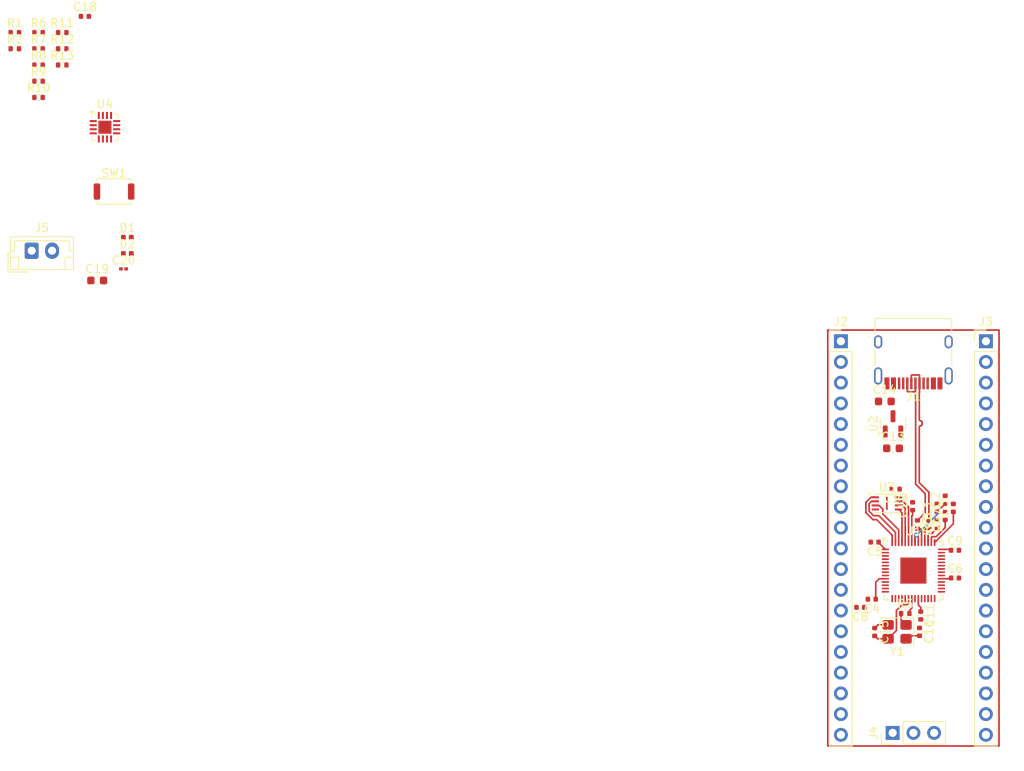
<source format=kicad_pcb>
(kicad_pcb (version 20241229) (generator "pcbnew") (generator_version "9.0")
  (layers (0 "F.Cu" signal) (2 "B.Cu" signal) (13 "F.Paste" user) (15 "B.Paste" user) (5 "F.SilkS" user "F.Silkscreen") (7 "B.SilkS" user "B.Silkscreen") (1 "F.Mask" user) (3 "B.Mask" user) (25 "Edge.Cuts" user))
  (net 0 "")
  (net 1 "GND")
  (net 2 "+3V3")
  (net 3 "+1V1")
  (net 4 "BQ_OUT")
  (net 5 "XIN")
  (net 6 "Net-(C16-Pad1)")
  (net 7 "VBUS")
  (net 8 "Net-(J5-Pin_2)")
  (net 9 "Net-(C19-Pad1)")
  (net 10 "Net-(D1-K)")
  (net 11 "Net-(D1-A)")
  (net 12 "Net-(D2-A)")
  (net 13 "Net-(D2-K)")
  (net 14 "USB_D+")
  (net 15 "USB_D-")
  (net 16 "Net-(J1-CC1)")
  (net 17 "Net-(J1-CC2)")
  (net 18 "GPIO9")
  (net 19 "GPIO12")
  (net 20 "GPIO10")
  (net 21 "GPIO4")
  (net 22 "GPIO6")
  (net 23 "GPIO2")
  (net 24 "GPIO1")
  (net 25 "GPIO14")
  (net 26 "GPIO8")
  (net 27 "GPIO0")
  (net 28 "GPIO3")
  (net 29 "GPIO13")
  (net 30 "GPIO5")
  (net 31 "GPIO7")
  (net 32 "GPIO15")
  (net 33 "GPIO11")
  (net 34 "GPIO16")
  (net 35 "GPIO26_ADC0")
  (net 36 "GPIO29_ADC3")
  (net 37 "GPIO21")
  (net 38 "GPIO19")
  (net 39 "GPIO24")
  (net 40 "GPIO23")
  (net 41 "RUN")
  (net 42 "GPIO27_ADC1")
  (net 43 "GPIO22")
  (net 44 "GPIO28_ADC2")
  (net 45 "GPIO20")
  (net 46 "GPIO18")
  (net 47 "GPIO17")
  (net 48 "SWD")
  (net 49 "SWCLK")
  (net 50 "Net-(U1-USB_DP)")
  (net 51 "Net-(U1-USB_DM)")
  (net 52 "XOUT")
  (net 53 "QSPI_SS")
  (net 54 "Net-(R7-Pad1)")
  (net 55 "Net-(U4-ITERM)")
  (net 56 "Net-(U4-ILIM)")
  (net 57 "Net-(U4-ISET)")
  (net 58 "Net-(U4-TS)")
  (net 59 "QSPI_SD3")
  (net 60 "QSPI_SCLK")
  (net 61 "QSPI_SD0")
  (net 62 "QSPI_SD1")
  (net 63 "QSPI_SD2")
  (footprint "LED_SMD:LED_0402_1005Metric" (layer "F.Cu") (at 39.12 58.64)
    (property "Reference" "D1" (at 0 -1.17 0) (layer "F.SilkS"))
    (property "Value" "LED")
    (pad "1" smd roundrect (at -0.485 0) (size 0.59 0.64) (layers "F.Cu" "F.Mask" "F.Paste") (net 10 "Net-(D1-K)"))
    (pad "2" smd roundrect (at 0.485 0) (size 0.59 0.64) (layers "F.Cu" "F.Mask" "F.Paste") (net 11 "Net-(D1-A)"))
  )
  (footprint "Capacitor_SMD:C_0402_1005Metric" (layer "F.Cu") (at 130.75 107.02 -90)
    (property "Reference" "C15" (at 0 -1.16 90) (layer "F.SilkS"))
    (property "Value" "33pF")
    (pad "1" smd roundrect (at -0.48 0 270) (size 0.56 0.62) (layers "F.Cu" "F.Mask" "F.Paste") (net 1 "GND"))
    (pad "2" smd roundrect (at 0.48 0 270) (size 0.56 0.62) (layers "F.Cu" "F.Mask" "F.Paste") (net 5 "XIN"))
  )
  (footprint "Capacitor_SMD:C_0402_1005Metric" (layer "F.Cu") (at 136.25 107 -90)
    (property "Reference" "C16" (at 0 -1.16 90) (layer "F.SilkS"))
    (property "Value" "33pF")
    (pad "1" smd roundrect (at -0.48 0 270) (size 0.56 0.62) (layers "F.Cu" "F.Mask" "F.Paste") (net 6 "Net-(C16-Pad1)"))
    (pad "2" smd roundrect (at 0.48 0 270) (size 0.56 0.62) (layers "F.Cu" "F.Mask" "F.Paste") (net 1 "GND"))
  )
  (footprint "Resistor_SMD:R_0402_1005Metric" (layer "F.Cu") (at 134.5 104.75)
    (property "Reference" "R5" (at 0 -1.17 0) (layer "F.SilkS"))
    (property "Value" "1K")
    (pad "1" smd roundrect (at -0.51 0) (size 0.54 0.64) (layers "F.Cu" "F.Mask" "F.Paste") (net 6 "Net-(C16-Pad1)"))
    (pad "2" smd roundrect (at 0.51 0) (size 0.54 0.64) (layers "F.Cu" "F.Mask" "F.Paste") (net 52 "XOUT"))
  )
  (footprint "Resistor_SMD:R_0402_1005Metric" (layer "F.Cu") (at 25.325 35.51)
    (property "Reference" "R2" (at 0 -1.17 0) (layer "F.SilkS"))
    (property "Value" "5.1K")
    (pad "1" smd roundrect (at -0.51 0) (size 0.54 0.64) (layers "F.Cu" "F.Mask" "F.Paste") (net 17 "Net-(J1-CC2)"))
    (pad "2" smd roundrect (at 0.51 0) (size 0.54 0.64) (layers "F.Cu" "F.Mask" "F.Paste") (net 1 "GND"))
  )
  (footprint "Resistor_SMD:R_0402_1005Metric" (layer "F.Cu") (at 31.145 37.5)
    (property "Reference" "R13" (at 0 -1.17 0) (layer "F.SilkS"))
    (property "Value" "10K")
    (pad "1" smd roundrect (at -0.51 0) (size 0.54 0.64) (layers "F.Cu" "F.Mask" "F.Paste") (net 58 "Net-(U4-TS)"))
    (pad "2" smd roundrect (at 0.51 0) (size 0.54 0.64) (layers "F.Cu" "F.Mask" "F.Paste") (net 1 "GND"))
  )
  (footprint "Connector_PinHeader_2.54mm:PinHeader_1x20_P2.54mm_Vertical" (layer "F.Cu") (at 126.61 71.37)
    (property "Reference" "J2" (at 0 -2.38 0) (layer "F.SilkS"))
    (property "Value" "Conn_01x20")
    (pad "1" thru_hole rect (at 0 0) (size 1.7 1.7) (drill 1) (layers "*.Cu" "*.Mask") (net 27 "GPIO0"))
    (pad "2" thru_hole circle (at 0 2.54) (size 1.7 1.7) (drill 1) (layers "*.Cu" "*.Mask") (net 24 "GPIO1"))
    (pad "3" thru_hole circle (at 0 5.08) (size 1.7 1.7) (drill 1) (layers "*.Cu" "*.Mask") (net 1 "GND"))
    (pad "4" thru_hole circle (at 0 7.62) (size 1.7 1.7) (drill 1) (layers "*.Cu" "*.Mask") (net 23 "GPIO2"))
    (pad "5" thru_hole circle (at 0 10.16) (size 1.7 1.7) (drill 1) (layers "*.Cu" "*.Mask") (net 28 "GPIO3"))
    (pad "6" thru_hole circle (at 0 12.7) (size 1.7 1.7) (drill 1) (layers "*.Cu" "*.Mask") (net 21 "GPIO4"))
    (pad "7" thru_hole circle (at 0 15.24) (size 1.7 1.7) (drill 1) (layers "*.Cu" "*.Mask") (net 30 "GPIO5"))
    (pad "8" thru_hole circle (at 0 17.78) (size 1.7 1.7) (drill 1) (layers "*.Cu" "*.Mask") (net 1 "GND"))
    (pad "9" thru_hole circle (at 0 20.32) (size 1.7 1.7) (drill 1) (layers "*.Cu" "*.Mask") (net 22 "GPIO6"))
    (pad "10" thru_hole circle (at 0 22.86) (size 1.7 1.7) (drill 1) (layers "*.Cu" "*.Mask") (net 31 "GPIO7"))
    (pad "11" thru_hole circle (at 0 25.4) (size 1.7 1.7) (drill 1) (layers "*.Cu" "*.Mask") (net 26 "GPIO8"))
    (pad "12" thru_hole circle (at 0 27.94) (size 1.7 1.7) (drill 1) (layers "*.Cu" "*.Mask") (net 18 "GPIO9"))
    (pad "13" thru_hole circle (at 0 30.48) (size 1.7 1.7) (drill 1) (layers "*.Cu" "*.Mask") (net 1 "GND"))
    (pad "14" thru_hole circle (at 0 33.02) (size 1.7 1.7) (drill 1) (layers "*.Cu" "*.Mask") (net 20 "GPIO10"))
    (pad "15" thru_hole circle (at 0 35.56) (size 1.7 1.7) (drill 1) (layers "*.Cu" "*.Mask") (net 33 "GPIO11"))
    (pad "16" thru_hole circle (at 0 38.1) (size 1.7 1.7) (drill 1) (layers "*.Cu" "*.Mask") (net 19 "GPIO12"))
    (pad "17" thru_hole circle (at 0 40.64) (size 1.7 1.7) (drill 1) (layers "*.Cu" "*.Mask") (net 29 "GPIO13"))
    (pad "18" thru_hole circle (at 0 43.18) (size 1.7 1.7) (drill 1) (layers "*.Cu" "*.Mask") (net 1 "GND"))
    (pad "19" thru_hole circle (at 0 45.72) (size 1.7 1.7) (drill 1) (layers "*.Cu" "*.Mask") (net 25 "GPIO14"))
    (pad "20" thru_hole circle (at 0 48.26) (size 1.7 1.7) (drill 1) (layers "*.Cu" "*.Mask") (net 32 "GPIO15"))
  )
  (footprint "Resistor_SMD:R_0402_1005Metric" (layer "F.Cu") (at 25.325 33.52)
    (property "Reference" "R1" (at 0 -1.17 0) (layer "F.SilkS"))
    (property "Value" "5.1K")
    (pad "1" smd roundrect (at -0.51 0) (size 0.54 0.64) (layers "F.Cu" "F.Mask" "F.Paste") (net 16 "Net-(J1-CC1)"))
    (pad "2" smd roundrect (at 0.51 0) (size 0.54 0.64) (layers "F.Cu" "F.Mask" "F.Paste") (net 1 "GND"))
  )
  (footprint "Package_SON:Winbond_USON-8-1EP_3x2mm_P0.5mm_EP0.2x1.6mm" (layer "F.Cu") (at 132.25 91.25)
    (property "Reference" "U3" (at 0 -1.95 0) (layer "F.SilkS"))
    (property "Value" "W25Q16JVSS")
    (pad "1" smd roundrect (at -1.425 -0.75) (size 0.9 0.25) (layers "F.Cu" "F.Mask" "F.Paste") (net 53 "QSPI_SS"))
    (pad "2" smd roundrect (at -1.425 -0.25) (size 0.9 0.25) (layers "F.Cu" "F.Mask" "F.Paste") (net 62 "QSPI_SD1"))
    (pad "3" smd roundrect (at -1.425 0.25) (size 0.9 0.25) (layers "F.Cu" "F.Mask" "F.Paste") (net 63 "QSPI_SD2"))
    (pad "4" smd roundrect (at -1.425 0.75) (size 0.9 0.25) (layers "F.Cu" "F.Mask" "F.Paste") (net 1 "GND"))
    (pad "5" smd roundrect (at 1.425 0.75) (size 0.9 0.25) (layers "F.Cu" "F.Mask" "F.Paste") (net 61 "QSPI_SD0"))
    (pad "6" smd roundrect (at 1.425 0.25) (size 0.9 0.25) (layers "F.Cu" "F.Mask" "F.Paste") (net 60 "QSPI_SCLK"))
    (pad "7" smd roundrect (at 1.425 -0.25) (size 0.9 0.25) (layers "F.Cu" "F.Mask" "F.Paste") (net 59 "QSPI_SD3"))
    (pad "8" smd roundrect (at 1.425 -0.75) (size 0.9 0.25) (layers "F.Cu" "F.Mask" "F.Paste") (net 2 "+3V3"))
    (pad "9" smd rect (at 0 0) (size 0.2 1.6) (property pad_prop_heatsink) (layers "F.Cu" "F.Mask"))
  )
  (footprint "Button_Switch_SMD:SW_Push_SPST_NO_Alps_SKRK" (layer "F.Cu") (at 37.495 53.02)
    (property "Reference" "SW1" (at 0 -2.25 0) (layer "F.SilkS"))
    (property "Value" "SW_Push")
    (pad "1" smd roundrect (at -2.1 0) (size 0.8 2) (layers "F.Cu" "F.Mask" "F.Paste") (net 1 "GND"))
    (pad "2" smd roundrect (at 2.1 0) (size 0.8 2) (layers "F.Cu" "F.Mask" "F.Paste") (net 54 "Net-(R7-Pad1)"))
  )
  (footprint "Resistor_SMD:R_0402_1005Metric" (layer "F.Cu") (at 28.235 37.5)
    (property "Reference" "R8" (at 0 -1.17 0) (layer "F.SilkS"))
    (property "Value" "1.5K")
    (pad "1" smd roundrect (at -0.51 0) (size 0.54 0.64) (layers "F.Cu" "F.Mask" "F.Paste") (net 4 "BQ_OUT"))
    (pad "2" smd roundrect (at 0.51 0) (size 0.54 0.64) (layers "F.Cu" "F.Mask" "F.Paste") (net 11 "Net-(D1-A)"))
  )
  (footprint "Capacitor_SMD:C_0402_1005Metric" (layer "F.Cu") (at 33.915 31.54)
    (property "Reference" "C18" (at 0 -1.16 0) (layer "F.SilkS"))
    (property "Value" "1uF")
    (pad "1" smd roundrect (at -0.48 0) (size 0.56 0.62) (layers "F.Cu" "F.Mask" "F.Paste") (net 1 "GND"))
    (pad "2" smd roundrect (at 0.48 0) (size 0.56 0.62) (layers "F.Cu" "F.Mask" "F.Paste") (net 7 "VBUS"))
  )
  (footprint "Package_TO_SOT_SMD:SOT-23" (layer "F.Cu") (at 133 81.5 90)
    (property "Reference" "U2" (at 0 -2.4 90) (layer "F.SilkS"))
    (property "Value" "MCP1700x-330xxTT")
    (pad "1" smd roundrect (at -0.9375 -0.95 90) (size 1.475 0.6) (layers "F.Cu" "F.Mask" "F.Paste") (net 1 "GND"))
    (pad "2" smd roundrect (at -0.9375 0.95 90) (size 1.475 0.6) (layers "F.Cu" "F.Mask" "F.Paste") (net 2 "+3V3"))
    (pad "3" smd roundrect (at 0.9375 0 90) (size 1.475 0.6) (layers "F.Cu" "F.Mask" "F.Paste") (net 4 "BQ_OUT"))
  )
  (footprint "Capacitor_SMD:C_0402_1005Metric" (layer "F.Cu") (at 133.325 89.5 180)
    (property "Reference" "C17" (at 0 -1.16 0) (layer "F.SilkS"))
    (property "Value" "0.1uF")
    (pad "1" smd roundrect (at -0.48 0 180) (size 0.56 0.62) (layers "F.Cu" "F.Mask" "F.Paste") (net 2 "+3V3"))
    (pad "2" smd roundrect (at 0.48 0 180) (size 0.56 0.62) (layers "F.Cu" "F.Mask" "F.Paste") (net 1 "GND"))
  )
  (footprint "Capacitor_SMD:C_0402_1005Metric" (layer "F.Cu") (at 140.6 97)
    (property "Reference" "C9" (at 0 -1.16 0) (layer "F.SilkS"))
    (property "Value" "0.1uF")
    (pad "1" smd roundrect (at -0.48 0) (size 0.56 0.62) (layers "F.Cu" "F.Mask" "F.Paste") (net 2 "+3V3"))
    (pad "2" smd roundrect (at 0.48 0) (size 0.56 0.62) (layers "F.Cu" "F.Mask" "F.Paste") (net 1 "GND"))
  )
  (footprint "Capacitor_SMD:C_0402_1005Metric" (layer "F.Cu") (at 138.4 91.8 90)
    (property "Reference" "C1" (at 0 -1.16 90) (layer "F.SilkS"))
    (property "Value" "1uF")
    (pad "1" smd roundrect (at -0.48 0 90) (size 0.56 0.62) (layers "F.Cu" "F.Mask" "F.Paste") (net 2 "+3V3"))
    (pad "2" smd roundrect (at 0.48 0 90) (size 0.56 0.62) (layers "F.Cu" "F.Mask" "F.Paste") (net 1 "GND"))
  )
  (footprint "Resistor_SMD:R_0402_1005Metric" (layer "F.Cu") (at 137.4 93.8525 -90)
    (property "Reference" "R4" (at 0 -1.17 90) (layer "F.SilkS"))
    (property "Value" "27")
    (pad "1" smd roundrect (at -0.51 0 270) (size 0.54 0.64) (layers "F.Cu" "F.Mask" "F.Paste") (net 15 "USB_D-"))
    (pad "2" smd roundrect (at 0.51 0 270) (size 0.54 0.64) (layers "F.Cu" "F.Mask" "F.Paste") (net 51 "Net-(U1-USB_DM)"))
  )
  (footprint "Capacitor_SMD:C_0402_1005Metric" (layer "F.Cu") (at 140.6 100.4)
    (property "Reference" "C6" (at 0 -1.16 0) (layer "F.SilkS"))
    (property "Value" "0.1uF")
    (pad "1" smd roundrect (at -0.48 0) (size 0.56 0.62) (layers "F.Cu" "F.Mask" "F.Paste") (net 2 "+3V3"))
    (pad "2" smd roundrect (at 0.48 0) (size 0.56 0.62) (layers "F.Cu" "F.Mask" "F.Paste") (net 1 "GND"))
  )
  (footprint "Capacitor_SMD:C_0402_1005Metric" (layer "F.Cu") (at 139.4 92.8 90)
    (property "Reference" "C7" (at 0 -1.16 90) (layer "F.SilkS"))
    (property "Value" "0.1uF")
    (pad "1" smd roundrect (at -0.48 0 90) (size 0.56 0.62) (layers "F.Cu" "F.Mask" "F.Paste") (net 2 "+3V3"))
    (pad "2" smd roundrect (at 0.48 0 90) (size 0.56 0.62) (layers "F.Cu" "F.Mask" "F.Paste") (net 1 "GND"))
  )
  (footprint "Connector_PinHeader_2.54mm:PinHeader_1x20_P2.54mm_Vertical" (layer "F.Cu") (at 144.39 71.37)
    (property "Reference" "J3" (at 0 -2.38 0) (layer "F.SilkS"))
    (property "Value" "Conn_01x20")
    (pad "1" thru_hole rect (at 0 0) (size 1.7 1.7) (drill 1) (layers "*.Cu" "*.Mask") (net 7 "VBUS"))
    (pad "2" thru_hole circle (at 0 2.54) (size 1.7 1.7) (drill 1) (layers "*.Cu" "*.Mask") (net 36 "GPIO29_ADC3"))
    (pad "3" thru_hole circle (at 0 5.08) (size 1.7 1.7) (drill 1) (layers "*.Cu" "*.Mask") (net 1 "GND"))
    (pad "4" thru_hole circle (at 0 7.62) (size 1.7 1.7) (drill 1) (layers "*.Cu" "*.Mask") (net 44 "GPIO28_ADC2"))
    (pad "5" thru_hole circle (at 0 10.16) (size 1.7 1.7) (drill 1) (layers "*.Cu" "*.Mask") (net 2 "+3V3"))
    (pad "6" thru_hole circle (at 0 12.7) (size 1.7 1.7) (drill 1) (layers "*.Cu" "*.Mask") (net 42 "GPIO27_ADC1"))
    (pad "7" thru_hole circle (at 0 15.24) (size 1.7 1.7) (drill 1) (layers "*.Cu" "*.Mask") (net 35 "GPIO26_ADC0"))
    (pad "8" thru_hole circle (at 0 17.78) (size 1.7 1.7) (drill 1) (layers "*.Cu" "*.Mask") (net 1 "GND"))
    (pad "9" thru_hole circle (at 0 20.32) (size 1.7 1.7) (drill 1) (layers "*.Cu" "*.Mask") (net 39 "GPIO24"))
    (pad "10" thru_hole circle (at 0 22.86) (size 1.7 1.7) (drill 1) (layers "*.Cu" "*.Mask") (net 40 "GPIO23"))
    (pad "11" thru_hole circle (at 0 25.4) (size 1.7 1.7) (drill 1) (layers "*.Cu" "*.Mask") (net 41 "RUN"))
    (pad "12" thru_hole circle (at 0 27.94) (size 1.7 1.7) (drill 1) (layers "*.Cu" "*.Mask") (net 43 "GPIO22"))
    (pad "13" thru_hole circle (at 0 30.48) (size 1.7 1.7) (drill 1) (layers "*.Cu" "*.Mask") (net 1 "GND"))
    (pad "14" thru_hole circle (at 0 33.02) (size 1.7 1.7) (drill 1) (layers "*.Cu" "*.Mask") (net 37 "GPIO21"))
    (pad "15" thru_hole circle (at 0 35.56) (size 1.7 1.7) (drill 1) (layers "*.Cu" "*.Mask") (net 45 "GPIO20"))
    (pad "16" thru_hole circle (at 0 38.1) (size 1.7 1.7) (drill 1) (layers "*.Cu" "*.Mask") (net 38 "GPIO19"))
    (pad "17" thru_hole circle (at 0 40.64) (size 1.7 1.7) (drill 1) (layers "*.Cu" "*.Mask") (net 46 "GPIO18"))
    (pad "18" thru_hole circle (at 0 43.18) (size 1.7 1.7) (drill 1) (layers "*.Cu" "*.Mask") (net 1 "GND"))
    (pad "19" thru_hole circle (at 0 45.72) (size 1.7 1.7) (drill 1) (layers "*.Cu" "*.Mask") (net 47 "GPIO17"))
    (pad "20" thru_hole circle (at 0 48.26) (size 1.7 1.7) (drill 1) (layers "*.Cu" "*.Mask") (net 34 "GPIO16"))
  )
  (footprint "Capacitor_SMD:C_0201_0603Metric" (layer "F.Cu") (at 38.655 62.5)
    (property "Reference" "C20" (at 0 -1.05 0) (layer "F.SilkS"))
    (property "Value" "4.7uF")
    (pad "1" smd roundrect (at -0.32 0) (size 0.46 0.4) (layers "F.Cu" "F.Mask") (net 4 "BQ_OUT"))
    (pad "2" smd roundrect (at 0.32 0) (size 0.46 0.4) (layers "F.Cu" "F.Mask") (net 1 "GND"))
  )
  (footprint "Capacitor_SMD:C_0402_1005Metric" (layer "F.Cu") (at 135.4 91.6 90)
    (property "Reference" "C12" (at 0 -1.16 90) (layer "F.SilkS"))
    (property "Value" "1uF")
    (pad "1" smd roundrect (at -0.48 0 90) (size 0.56 0.62) (layers "F.Cu" "F.Mask" "F.Paste") (net 3 "+1V1"))
    (pad "2" smd roundrect (at 0.48 0 90) (size 0.56 0.62) (layers "F.Cu" "F.Mask" "F.Paste") (net 1 "GND"))
  )
  (footprint "Capacitor_SMD:C_0402_1005Metric" (layer "F.Cu") (at 129 104 180)
    (property "Reference" "C8" (at 0 -1.16 0) (layer "F.SilkS"))
    (property "Value" "0.1uF")
    (pad "1" smd roundrect (at -0.48 0 180) (size 0.56 0.62) (layers "F.Cu" "F.Mask" "F.Paste") (net 2 "+3V3"))
    (pad "2" smd roundrect (at 0.48 0 180) (size 0.56 0.62) (layers "F.Cu" "F.Mask" "F.Paste") (net 1 "GND"))
  )
  (footprint "Crystal:Crystal_SMD_3225-4Pin_3.2x2.5mm" (layer "F.Cu") (at 133.5 107 180)
    (property "Reference" "Y1" (at 0 -2.45 0) (layer "F.SilkS"))
    (property "Value" "12MHz")
    (pad "1" smd roundrect (at -1.1 0.85 180) (size 1.4 1.2) (layers "F.Cu" "F.Mask" "F.Paste") (roundrect_rratio 0.208333) (net 6 "Net-(C16-Pad1)"))
    (pad "2" smd roundrect (at 1.1 0.85 180) (size 1.4 1.2) (layers "F.Cu" "F.Mask" "F.Paste") (roundrect_rratio 0.208333) (net 1 "GND"))
    (pad "3" smd roundrect (at 1.1 -0.85 180) (size 1.4 1.2) (layers "F.Cu" "F.Mask" "F.Paste") (roundrect_rratio 0.208333) (net 5 "XIN"))
    (pad "4" smd roundrect (at -1.1 -0.85 180) (size 1.4 1.2) (layers "F.Cu" "F.Mask" "F.Paste") (roundrect_rratio 0.208333) (net 1 "GND"))
  )
  (footprint "Resistor_SMD:R_0402_1005Metric" (layer "F.Cu") (at 28.235 41.48)
    (property "Reference" "R10" (at 0 -1.17 0) (layer "F.SilkS"))
    (property "Value" "4.12K")
    (pad "1" smd roundrect (at -0.51 0) (size 0.54 0.64) (layers "F.Cu" "F.Mask" "F.Paste") (net 1 "GND"))
    (pad "2" smd roundrect (at 0.51 0) (size 0.54 0.64) (layers "F.Cu" "F.Mask" "F.Paste") (net 55 "Net-(U4-ITERM)"))
  )
  (footprint "Connector_JST:JST_EH_B2B-EH-A_1x02_P2.50mm_Vertical" (layer "F.Cu") (at 27.395 60.27)
    (property "Reference" "J5" (at 1.25 -2.8 0) (layer "F.SilkS"))
    (property "Value" "Conn_01x02")
    (pad "1" thru_hole roundrect (at 0 0) (size 1.7 2) (drill 1) (layers "*.Cu" "*.Mask") (roundrect_rratio 0.147059) (net 1 "GND"))
    (pad "2" thru_hole oval (at 2.5 0) (size 1.7 2) (drill 1) (layers "*.Cu" "*.Mask") (net 8 "Net-(J5-Pin_2)"))
  )
  (footprint "LED_SMD:LED_0402_1005Metric" (layer "F.Cu") (at 39.12 60.63)
    (property "Reference" "D2" (at 0 -1.17 0) (layer "F.SilkS"))
    (property "Value" "LED")
    (pad "1" smd roundrect (at -0.485 0) (size 0.59 0.64) (layers "F.Cu" "F.Mask" "F.Paste") (net 13 "Net-(D2-K)"))
    (pad "2" smd roundrect (at 0.485 0) (size 0.59 0.64) (layers "F.Cu" "F.Mask" "F.Paste") (net 12 "Net-(D2-A)"))
  )
  (footprint "Resistor_SMD:R_0402_1005Metric" (layer "F.Cu") (at 31.145 33.52)
    (property "Reference" "R11" (at 0 -1.17 0) (layer "F.SilkS"))
    (property "Value" "1.18K")
    (pad "1" smd roundrect (at -0.51 0) (size 0.54 0.64) (layers "F.Cu" "F.Mask" "F.Paste") (net 1 "GND"))
    (pad "2" smd roundrect (at 0.51 0) (size 0.54 0.64) (layers "F.Cu" "F.Mask" "F.Paste") (net 56 "Net-(U4-ILIM)"))
  )
  (footprint "Capacitor_SMD:C_0402_1005Metric" (layer "F.Cu") (at 139.4 90.8 90)
    (property "Reference" "C2" (at 0 -1.16 90) (layer "F.SilkS"))
    (property "Value" "0.1uF")
    (pad "1" smd roundrect (at -0.48 0 90) (size 0.56 0.62) (layers "F.Cu" "F.Mask" "F.Paste") (net 2 "+3V3"))
    (pad "2" smd roundrect (at 0.48 0 90) (size 0.56 0.62) (layers "F.Cu" "F.Mask" "F.Paste") (net 1 "GND"))
  )
  (footprint "Package_DFN_QFN:VQFN-16-1EP_3x3mm_P0.5mm_EP1.6x1.6mm" (layer "F.Cu") (at 36.375 45.13)
    (property "Reference" "U4" (at 0 -2.83 0) (layer "F.SilkS"))
    (property "Value" "BQ24074RGT")
    (pad "1" smd roundrect (at -1.4375 -0.75) (size 0.875 0.25) (layers "F.Cu" "F.Mask" "F.Paste") (net 58 "Net-(U4-TS)"))
    (pad "2" smd roundrect (at -1.4375 -0.25) (size 0.875 0.25) (layers "F.Cu" "F.Mask" "F.Paste") (net 9 "Net-(C19-Pad1)"))
    (pad "3" smd roundrect (at -1.4375 0.25) (size 0.875 0.25) (layers "F.Cu" "F.Mask" "F.Paste") (net 9 "Net-(C19-Pad1)"))
    (pad "4" smd roundrect (at -1.4375 0.75) (size 0.875 0.25) (layers "F.Cu" "F.Mask" "F.Paste") (net 1 "GND"))
    (pad "5" smd roundrect (at -0.75 1.4375) (size 0.25 0.875) (layers "F.Cu" "F.Mask" "F.Paste") (net 4 "BQ_OUT"))
    (pad "6" smd roundrect (at -0.25 1.4375) (size 0.25 0.875) (layers "F.Cu" "F.Mask" "F.Paste") (net 1 "GND"))
    (pad "7" smd roundrect (at 0.25 1.4375) (size 0.25 0.875) (layers "F.Cu" "F.Mask" "F.Paste") (net 10 "Net-(D1-K)"))
    (pad "8" smd roundrect (at 0.75 1.4375) (size 0.25 0.875) (layers "F.Cu" "F.Mask" "F.Paste") (net 1 "GND"))
    (pad "9" smd roundrect (at 1.4375 0.75) (size 0.875 0.25) (layers "F.Cu" "F.Mask" "F.Paste") (net 13 "Net-(D2-K)"))
    (pad "10" smd roundrect (at 1.4375 0.25) (size 0.875 0.25) (layers "F.Cu" "F.Mask" "F.Paste") (net 4 "BQ_OUT"))
    (pad "11" smd roundrect (at 1.4375 -0.25) (size 0.875 0.25) (layers "F.Cu" "F.Mask" "F.Paste") (net 4 "BQ_OUT"))
    (pad "12" smd roundrect (at 1.4375 -0.75) (size 0.875 0.25) (layers "F.Cu" "F.Mask" "F.Paste") (net 56 "Net-(U4-ILIM)"))
    (pad "13" smd roundrect (at 0.75 -1.4375) (size 0.25 0.875) (layers "F.Cu" "F.Mask" "F.Paste") (net 7 "VBUS"))
    (pad "14" smd roundrect (at 0.25 -1.4375) (size 0.25 0.875) (layers "F.Cu" "F.Mask" "F.Paste") (net 1 "GND"))
    (pad "15" smd roundrect (at -0.25 -1.4375) (size 0.25 0.875) (layers "F.Cu" "F.Mask" "F.Paste") (net 55 "Net-(U4-ITERM)"))
    (pad "16" smd roundrect (at -0.75 -1.4375) (size 0.25 0.875) (layers "F.Cu" "F.Mask" "F.Paste") (net 57 "Net-(U4-ISET)"))
    (pad "17" smd rect (at 0 0) (size 1.6 1.6) (property pad_prop_heatsink) (layers "F.Cu" "F.Mask") (net 1 "GND"))
  )
  (footprint "Connector_PinHeader_2.54mm:PinHeader_1x03_P2.54mm_Vertical" (layer "F.Cu") (at 132.96 119.39 90)
    (property "Reference" "J4" (at 0 -2.38 90) (layer "F.SilkS"))
    (property "Value" "Conn_01x03")
    (pad "1" thru_hole rect (at 0 0 90) (size 1.7 1.7) (drill 1) (layers "*.Cu" "*.Mask") (net 49 "SWCLK"))
    (pad "2" thru_hole circle (at 0 2.54 90) (size 1.7 1.7) (drill 1) (layers "*.Cu" "*.Mask") (net 1 "GND"))
    (pad "3" thru_hole circle (at 0 5.08 90) (size 1.7 1.7) (drill 1) (layers "*.Cu" "*.Mask") (net 48 "SWD"))
  )
  (footprint "Resistor_SMD:R_0402_1005Metric" (layer "F.Cu") (at 28.235 39.49)
    (property "Reference" "R9" (at 0 -1.17 0) (layer "F.SilkS"))
    (property "Value" "1.5K")
    (pad "1" smd roundrect (at -0.51 0) (size 0.54 0.64) (layers "F.Cu" "F.Mask" "F.Paste") (net 12 "Net-(D2-A)"))
    (pad "2" smd roundrect (at 0.51 0) (size 0.54 0.64) (layers "F.Cu" "F.Mask" "F.Paste") (net 4 "BQ_OUT"))
  )
  (footprint "Capacitor_SMD:C_0603_1608Metric" (layer "F.Cu") (at 35.425 63.92)
    (property "Reference" "C19" (at 0 -1.43 0) (layer "F.SilkS"))
    (property "Value" "4.7uF")
    (pad "1" smd roundrect (at -0.775 0) (size 0.9 0.95) (layers "F.Cu" "F.Mask" "F.Paste") (net 9 "Net-(C19-Pad1)"))
    (pad "2" smd roundrect (at 0.775 0) (size 0.9 0.95) (layers "F.Cu" "F.Mask" "F.Paste") (net 8 "Net-(J5-Pin_2)"))
  )
  (footprint "Capacitor_SMD:C_0402_1005Metric" (layer "F.Cu") (at 138.4 93.8 90)
    (property "Reference" "C10" (at 0 -1.16 90) (layer "F.SilkS"))
    (property "Value" "0.1uF")
    (pad "1" smd roundrect (at -0.48 0 90) (size 0.56 0.62) (layers "F.Cu" "F.Mask" "F.Paste") (net 3 "+1V1"))
    (pad "2" smd roundrect (at 0.48 0 90) (size 0.56 0.62) (layers "F.Cu" "F.Mask" "F.Paste") (net 1 "GND"))
  )
  (footprint "Connector_USB:USB_C_Receptacle_HRO_TYPE-C-31-M-12" (layer "F.Cu") (at 135.5 72.49 180)
    (property "Reference" "J1" (at 0 -5.645 0) (layer "F.SilkS"))
    (property "Value" "USB_C_Receptacle_USB2.0_14P")
    (pad "" np_thru_hole circle (at -2.89 -2.6 180) (size 0.65 0.65) (drill 0.65) (layers "*.Cu" "*.Mask"))
    (pad "" np_thru_hole circle (at 2.89 -2.6 180) (size 0.65 0.65) (drill 0.65) (layers "*.Cu" "*.Mask"))
    (pad "A1" smd rect (at -3.25 -4.045 180) (size 0.6 1.45) (layers "F.Cu" "F.Mask" "F.Paste") (net 1 "GND"))
    (pad "A4" smd rect (at -2.45 -4.045 180) (size 0.6 1.45) (layers "F.Cu" "F.Mask" "F.Paste") (net 7 "VBUS"))
    (pad "A5" smd rect (at -1.25 -4.045 180) (size 0.3 1.45) (layers "F.Cu" "F.Mask" "F.Paste") (net 16 "Net-(J1-CC1)"))
    (pad "A6" smd rect (at -0.25 -4.045 180) (size 0.3 1.45) (layers "F.Cu" "F.Mask" "F.Paste") (net 14 "USB_D+"))
    (pad "A7" smd rect (at 0.25 -4.045 180) (size 0.3 1.45) (layers "F.Cu" "F.Mask" "F.Paste") (net 15 "USB_D-"))
    (pad "A8" smd rect (at 1.25 -4.045 180) (size 0.3 1.45) (layers "F.Cu" "F.Mask" "F.Paste"))
    (pad "A9" smd rect (at 2.45 -4.045 180) (size 0.6 1.45) (layers "F.Cu" "F.Mask" "F.Paste") (net 7 "VBUS"))
    (pad "A12" smd rect (at 3.25 -4.045 180) (size 0.6 1.45) (layers "F.Cu" "F.Mask" "F.Paste") (net 1 "GND"))
    (pad "B1" smd rect (at 3.25 -4.045 180) (size 0.6 1.45) (layers "F.Cu" "F.Mask" "F.Paste") (net 1 "GND"))
    (pad "B4" smd rect (at 2.45 -4.045 180) (size 0.6 1.45) (layers "F.Cu" "F.Mask" "F.Paste") (net 7 "VBUS"))
    (pad "B5" smd rect (at 1.75 -4.045 180) (size 0.3 1.45) (layers "F.Cu" "F.Mask" "F.Paste") (net 17 "Net-(J1-CC2)"))
    (pad "B6" smd rect (at 0.75 -4.045 180) (size 0.3 1.45) (layers "F.Cu" "F.Mask" "F.Paste") (net 14 "USB_D+"))
    (pad "B7" smd rect (at -0.75 -4.045 180) (size 0.3 1.45) (layers "F.Cu" "F.Mask" "F.Paste") (net 15 "USB_D-"))
    (pad "B8" smd rect (at -1.75 -4.045 180) (size 0.3 1.45) (layers "F.Cu" "F.Mask" "F.Paste"))
    (pad "B9" smd rect (at -2.45 -4.045 180) (size 0.6 1.45) (layers "F.Cu" "F.Mask" "F.Paste") (net 7 "VBUS"))
    (pad "B12" smd rect (at -3.25 -4.045 180) (size 0.6 1.45) (layers "F.Cu" "F.Mask" "F.Paste") (net 1 "GND"))
    (pad "S1" thru_hole oval (at -4.32 -3.13 180) (size 1 2.1) (drill oval 0.6 1.7) (property pad_prop_heatsink) (layers "*.Cu" "*.Mask") (net 1 "GND"))
    (pad "S1" thru_hole oval (at -4.32 1.05 180) (size 1 1.6) (drill oval 0.6 1.2) (property pad_prop_heatsink) (layers "*.Cu" "*.Mask") (net 1 "GND"))
    (pad "S1" thru_hole oval (at 4.32 -3.13 180) (size 1 2.1) (drill oval 0.6 1.7) (property pad_prop_heatsink) (layers "*.Cu" "*.Mask") (net 1 "GND"))
    (pad "S1" thru_hole oval (at 4.32 1.05 180) (size 1 1.6) (drill oval 0.6 1.2) (property pad_prop_heatsink) (layers "*.Cu" "*.Mask") (net 1 "GND"))
  )
  (footprint "Resistor_SMD:R_0402_1005Metric" (layer "F.Cu") (at 28.235 35.51)
    (property "Reference" "R7" (at 0 -1.17 0) (layer "F.SilkS"))
    (property "Value" "1K")
    (pad "1" smd roundrect (at -0.51 0) (size 0.54 0.64) (layers "F.Cu" "F.Mask" "F.Paste") (net 54 "Net-(R7-Pad1)"))
    (pad "2" smd roundrect (at 0.51 0) (size 0.54 0.64) (layers "F.Cu" "F.Mask" "F.Paste") (net 53 "QSPI_SS"))
  )
  (footprint "Package_DFN_QFN:QFN-56-1EP_7x7mm_P0.4mm_EP3.2x3.2mm" (layer "F.Cu") (at 135.5 99.49)
    (property "Reference" "U1" (at 0 -4.83 0) (layer "F.SilkS"))
    (property "Value" "RP2040")
    (pad "1" smd roundrect (at -3.4375 -2.6) (size 0.875 0.2) (layers "F.Cu" "F.Mask" "F.Paste") (net 2 "+3V3"))
    (pad "2" smd roundrect (at -3.4375 -2.2) (size 0.875 0.2) (layers "F.Cu" "F.Mask" "F.Paste") (net 27 "GPIO0"))
    (pad "3" smd roundrect (at -3.4375 -1.8) (size 0.875 0.2) (layers "F.Cu" "F.Mask" "F.Paste") (net 24 "GPIO1"))
    (pad "4" smd roundrect (at -3.4375 -1.4) (size 0.875 0.2) (layers "F.Cu" "F.Mask" "F.Paste") (net 23 "GPIO2"))
    (pad "5" smd roundrect (at -3.4375 -1) (size 0.875 0.2) (layers "F.Cu" "F.Mask" "F.Paste") (net 28 "GPIO3"))
    (pad "6" smd roundrect (at -3.4375 -0.6) (size 0.875 0.2) (layers "F.Cu" "F.Mask" "F.Paste") (net 21 "GPIO4"))
    (pad "7" smd roundrect (at -3.4375 -0.2) (size 0.875 0.2) (layers "F.Cu" "F.Mask" "F.Paste") (net 30 "GPIO5"))
    (pad "8" smd roundrect (at -3.4375 0.2) (size 0.875 0.2) (layers "F.Cu" "F.Mask" "F.Paste") (net 22 "GPIO6"))
    (pad "9" smd roundrect (at -3.4375 0.6) (size 0.875 0.2) (layers "F.Cu" "F.Mask" "F.Paste") (net 31 "GPIO7"))
    (pad "10" smd roundrect (at -3.4375 1) (size 0.875 0.2) (layers "F.Cu" "F.Mask" "F.Paste") (net 2 "+3V3"))
    (pad "11" smd roundrect (at -3.4375 1.4) (size 0.875 0.2) (layers "F.Cu" "F.Mask" "F.Paste") (net 26 "GPIO8"))
    (pad "12" smd roundrect (at -3.4375 1.8) (size 0.875 0.2) (layers "F.Cu" "F.Mask" "F.Paste") (net 18 "GPIO9"))
    (pad "13" smd roundrect (at -3.4375 2.2) (size 0.875 0.2) (layers "F.Cu" "F.Mask" "F.Paste") (net 20 "GPIO10"))
    (pad "14" smd roundrect (at -3.4375 2.6) (size 0.875 0.2) (layers "F.Cu" "F.Mask" "F.Paste") (net 33 "GPIO11"))
    (pad "15" smd roundrect (at -2.6 3.4375) (size 0.2 0.875) (layers "F.Cu" "F.Mask" "F.Paste") (net 19 "GPIO12"))
    (pad "16" smd roundrect (at -2.2 3.4375) (size 0.2 0.875) (layers "F.Cu" "F.Mask" "F.Paste") (net 29 "GPIO13"))
    (pad "17" smd roundrect (at -1.8 3.4375) (size 0.2 0.875) (layers "F.Cu" "F.Mask" "F.Paste") (net 25 "GPIO14"))
    (pad "18" smd roundrect (at -1.4 3.4375) (size 0.2 0.875) (layers "F.Cu" "F.Mask" "F.Paste") (net 32 "GPIO15"))
    (pad "19" smd roundrect (at -1 3.4375) (size 0.2 0.875) (layers "F.Cu" "F.Mask" "F.Paste") (net 1 "GND"))
    (pad "20" smd roundrect (at -0.6 3.4375) (size 0.2 0.875) (layers "F.Cu" "F.Mask" "F.Paste") (net 5 "XIN"))
    (pad "21" smd roundrect (at -0.2 3.4375) (size 0.2 0.875) (layers "F.Cu" "F.Mask" "F.Paste") (net 52 "XOUT"))
    (pad "22" smd roundrect (at 0.2 3.4375) (size 0.2 0.875) (layers "F.Cu" "F.Mask" "F.Paste") (net 2 "+3V3"))
    (pad "23" smd roundrect (at 0.6 3.4375) (size 0.2 0.875) (layers "F.Cu" "F.Mask" "F.Paste") (net 3 "+1V1"))
    (pad "24" smd roundrect (at 1 3.4375) (size 0.2 0.875) (layers "F.Cu" "F.Mask" "F.Paste") (net 49 "SWCLK"))
    (pad "25" smd roundrect (at 1.4 3.4375) (size 0.2 0.875) (layers "F.Cu" "F.Mask" "F.Paste") (net 48 "SWD"))
    (pad "26" smd roundrect (at 1.8 3.4375) (size 0.2 0.875) (layers "F.Cu" "F.Mask" "F.Paste") (net 41 "RUN"))
    (pad "27" smd roundrect (at 2.2 3.4375) (size 0.2 0.875) (layers "F.Cu" "F.Mask" "F.Paste") (net 34 "GPIO16"))
    (pad "28" smd roundrect (at 2.6 3.4375) (size 0.2 0.875) (layers "F.Cu" "F.Mask" "F.Paste") (net 47 "GPIO17"))
    (pad "29" smd roundrect (at 3.4375 2.6) (size 0.875 0.2) (layers "F.Cu" "F.Mask" "F.Paste") (net 46 "GPIO18"))
    (pad "30" smd roundrect (at 3.4375 2.2) (size 0.875 0.2) (layers "F.Cu" "F.Mask" "F.Paste") (net 38 "GPIO19"))
    (pad "31" smd roundrect (at 3.4375 1.8) (size 0.875 0.2) (layers "F.Cu" "F.Mask" "F.Paste") (net 45 "GPIO20"))
    (pad "32" smd roundrect (at 3.4375 1.4) (size 0.875 0.2) (layers "F.Cu" "F.Mask" "F.Paste") (net 37 "GPIO21"))
    (pad "33" smd roundrect (at 3.4375 1) (size 0.875 0.2) (layers "F.Cu" "F.Mask" "F.Paste") (net 2 "+3V3"))
    (pad "34" smd roundrect (at 3.4375 0.6) (size 0.875 0.2) (layers "F.Cu" "F.Mask" "F.Paste") (net 43 "GPIO22"))
    (pad "35" smd roundrect (at 3.4375 0.2) (size 0.875 0.2) (layers "F.Cu" "F.Mask" "F.Paste") (net 40 "GPIO23"))
    (pad "36" smd roundrect (at 3.4375 -0.2) (size 0.875 0.2) (layers "F.Cu" "F.Mask" "F.Paste") (net 39 "GPIO24"))
    (pad "37" smd roundrect (at 3.4375 -0.6) (size 0.875 0.2) (layers "F.Cu" "F.Mask" "F.Paste"))
    (pad "38" smd roundrect (at 3.4375 -1) (size 0.875 0.2) (layers "F.Cu" "F.Mask" "F.Paste") (net 35 "GPIO26_ADC0"))
    (pad "39" smd roundrect (at 3.4375 -1.4) (size 0.875 0.2) (layers "F.Cu" "F.Mask" "F.Paste") (net 42 "GPIO27_ADC1"))
    (pad "40" smd roundrect (at 3.4375 -1.8) (size 0.875 0.2) (layers "F.Cu" "F.Mask" "F.Paste") (net 44 "GPIO28_ADC2"))
    (pad "41" smd roundrect (at 3.4375 -2.2) (size 0.875 0.2) (layers "F.Cu" "F.Mask" "F.Paste") (net 36 "GPIO29_ADC3"))
    (pad "42" smd roundrect (at 3.4375 -2.6) (size 0.875 0.2) (layers "F.Cu" "F.Mask" "F.Paste") (net 2 "+3V3"))
    (pad "43" smd roundrect (at 2.6 -3.4375) (size 0.2 0.875) (layers "F.Cu" "F.Mask" "F.Paste") (net 2 "+3V3"))
    (pad "44" smd roundrect (at 2.2 -3.4375) (size 0.2 0.875) (layers "F.Cu" "F.Mask" "F.Paste") (net 2 "+3V3"))
    (pad "45" smd roundrect (at 1.8 -3.4375) (size 0.2 0.875) (layers "F.Cu" "F.Mask" "F.Paste") (net 3 "+1V1"))
    (pad "46" smd roundrect (at 1.4 -3.4375) (size 0.2 0.875) (layers "F.Cu" "F.Mask" "F.Paste") (net 51 "Net-(U1-USB_DM)"))
    (pad "47" smd roundrect (at 1 -3.4375) (size 0.2 0.875) (layers "F.Cu" "F.Mask" "F.Paste") (net 50 "Net-(U1-USB_DP)"))
    (pad "48" smd roundrect (at 0.6 -3.4375) (size 0.2 0.875) (layers "F.Cu" "F.Mask" "F.Paste") (net 2 "+3V3"))
    (pad "49" smd roundrect (at 0.2 -3.4375) (size 0.2 0.875) (layers "F.Cu" "F.Mask" "F.Paste") (net 2 "+3V3"))
    (pad "50" smd roundrect (at -0.2 -3.4375) (size 0.2 0.875) (layers "F.Cu" "F.Mask" "F.Paste") (net 3 "+1V1"))
    (pad "51" smd roundrect (at -0.6 -3.4375) (size 0.2 0.875) (layers "F.Cu" "F.Mask" "F.Paste") (net 59 "QSPI_SD3"))
    (pad "52" smd roundrect (at -1 -3.4375) (size 0.2 0.875) (layers "F.Cu" "F.Mask" "F.Paste") (net 60 "QSPI_SCLK"))
    (pad "53" smd roundrect (at -1.4 -3.4375) (size 0.2 0.875) (layers "F.Cu" "F.Mask" "F.Paste") (net 61 "QSPI_SD0"))
    (pad "54" smd roundrect (at -1.8 -3.4375) (size 0.2 0.875) (layers "F.Cu" "F.Mask" "F.Paste") (net 63 "QSPI_SD2"))
    (pad "55" smd roundrect (at -2.2 -3.4375) (size 0.2 0.875) (layers "F.Cu" "F.Mask" "F.Paste") (net 62 "QSPI_SD1"))
    (pad "56" smd roundrect (at -2.6 -3.4375) (size 0.2 0.875) (layers "F.Cu" "F.Mask" "F.Paste") (net 53 "QSPI_SS"))
    (pad "57" smd rect (at 0 0) (size 3.2 3.2) (property pad_prop_heatsink) (layers "F.Cu" "F.Mask") (net 1 "GND"))
  )
  (footprint "Capacitor_SMD:C_0402_1005Metric" (layer "F.Cu") (at 136.4 105 -90)
    (property "Reference" "C11" (at 0 -1.16 90) (layer "F.SilkS"))
    (property "Value" "0.1uF")
    (pad "1" smd roundrect (at -0.48 0 270) (size 0.56 0.62) (layers "F.Cu" "F.Mask" "F.Paste") (net 3 "+1V1"))
    (pad "2" smd roundrect (at 0.48 0 270) (size 0.56 0.62) (layers "F.Cu" "F.Mask" "F.Paste") (net 1 "GND"))
  )
  (footprint "Resistor_SMD:R_0402_1005Metric" (layer "F.Cu") (at 31.145 35.51)
    (property "Reference" "R12" (at 0 -1.17 0) (layer "F.SilkS"))
    (property "Value" "1.13K")
    (pad "1" smd roundrect (at -0.51 0) (size 0.54 0.64) (layers "F.Cu" "F.Mask" "F.Paste") (net 1 "GND"))
    (pad "2" smd roundrect (at 0.51 0) (size 0.54 0.64) (layers "F.Cu" "F.Mask" "F.Paste") (net 57 "Net-(U4-ISET)"))
  )
  (footprint "Capacitor_SMD:C_0402_1005Metric" (layer "F.Cu") (at 140.4 91.8 90)
    (property "Reference" "C3" (at 0 -1.16 90) (layer "F.SilkS"))
    (property "Value" "0.1uF")
    (pad "1" smd roundrect (at -0.48 0 90) (size 0.56 0.62) (layers "F.Cu" "F.Mask" "F.Paste") (net 2 "+3V3"))
    (pad "2" smd roundrect (at 0.48 0 90) (size 0.56 0.62) (layers "F.Cu" "F.Mask" "F.Paste") (net 1 "GND"))
  )
  (footprint "Resistor_SMD:R_0402_1005Metric" (layer "F.Cu") (at 136 93.8525 -90)
    (property "Reference" "R3" (at 0 -1.17 90) (layer "F.SilkS"))
    (property "Value" "27")
    (pad "1" smd roundrect (at -0.51 0 270) (size 0.54 0.64) (layers "F.Cu" "F.Mask" "F.Paste") (net 14 "USB_D+"))
    (pad "2" smd roundrect (at 0.51 0 270) (size 0.54 0.64) (layers "F.Cu" "F.Mask" "F.Paste") (net 50 "Net-(U1-USB_DP)"))
  )
  (footprint "Capacitor_SMD:C_0402_1005Metric" (layer "F.Cu") (at 130.75 96 180)
    (property "Reference" "C5" (at 0 -1.16 0) (layer "F.SilkS"))
    (property "Value" "0.1uF")
    (pad "1" smd roundrect (at -0.48 0 180) (size 0.56 0.62) (layers "F.Cu" "F.Mask" "F.Paste") (net 2 "+3V3"))
    (pad "2" smd roundrect (at 0.48 0 180) (size 0.56 0.62) (layers "F.Cu" "F.Mask" "F.Paste") (net 1 "GND"))
  )
  (footprint "Resistor_SMD:R_0402_1005Metric" (layer "F.Cu") (at 28.235 33.52)
    (property "Reference" "R6" (at 0 -1.17 0) (layer "F.SilkS"))
    (property "Value" "10K")
    (pad "1" smd roundrect (at -0.51 0) (size 0.54 0.64) (layers "F.Cu" "F.Mask" "F.Paste") (net 2 "+3V3"))
    (pad "2" smd roundrect (at 0.51 0) (size 0.54 0.64) (layers "F.Cu" "F.Mask" "F.Paste") (net 53 "QSPI_SS"))
  )
  (footprint "Capacitor_SMD:C_0402_1005Metric" (layer "F.Cu") (at 130.4 103 180)
    (property "Reference" "C4" (at 0 -1.16 0) (layer "F.SilkS"))
    (property "Value" "0.1uF")
    (pad "1" smd roundrect (at -0.48 0 180) (size 0.56 0.62) (layers "F.Cu" "F.Mask" "F.Paste") (net 2 "+3V3"))
    (pad "2" smd roundrect (at 0.48 0 180) (size 0.56 0.62) (layers "F.Cu" "F.Mask" "F.Paste") (net 1 "GND"))
  )
  (footprint "Capacitor_SMD:C_0603_1608Metric" (layer "F.Cu") (at 132 78.75)
    (property "Reference" "C14" (at 0 -1.43 0) (layer "F.SilkS"))
    (property "Value" "10uF")
    (pad "1" smd roundrect (at -0.775 0) (size 0.9 0.95) (layers "F.Cu" "F.Mask" "F.Paste") (net 4 "BQ_OUT"))
    (pad "2" smd roundrect (at 0.775 0) (size 0.9 0.95) (layers "F.Cu" "F.Mask" "F.Paste") (net 1 "GND"))
  )
  (footprint "Capacitor_SMD:C_0603_1608Metric" (layer "F.Cu") (at 133 84.5)
    (property "Reference" "C13" (at 0 -1.43 0) (layer "F.SilkS"))
    (property "Value" "10uF")
    (pad "1" smd roundrect (at -0.775 0) (size 0.9 0.95) (layers "F.Cu" "F.Mask" "F.Paste") (net 2 "+3V3"))
    (pad "2" smd roundrect (at 0.775 0) (size 0.9 0.95) (layers "F.Cu" "F.Mask" "F.Paste") (net 1 "GND"))
  )
  (gr_rect (start 125 70) (end 146 121) (stroke (width 0.2)) (fill no) (layer "F.Cu"))
  (segment (start 138.399308 91.319308) (end 138.392626 91.319308) (width 0.2) (layer "F.Cu") (net 1))
  (segment (start 134.97 107.48) (end 134.6 107.85) (width 0.2) (layer "F.Cu") (net 1))
  (segment (start 132.4 106.15) (end 131.14 106.15) (width 0.2) (layer "F.Cu") (net 1))
  (segment (start 136.25 107.48) (end 134.97 107.48) (width 0.2) (layer "F.Cu") (net 1))
  (segment (start 131.14 106.15) (end 130.75 106.54) (width 0.2) (layer "F.Cu") (net 1))
  (segment (start 140.12 97) (end 140.009 96.889) (width 0.2) (layer "F.Cu") (net 2))
  (segment (start 135.7 95.3325) (end 135.9 95.1325) (width 0.2) (layer "F.Cu") (net 2))
  (segment (start 137.8 95.3345) (end 137.7 95.4345) (width 0.2) (layer "F.Cu") (net 2))
  (segment (start 140.03 100.49) (end 140.12 100.4) (width 0.2) (layer "F.Cu") (net 2))
  (segment (start 131.23 96.0575) (end 132.0625 96.89) (width 0.2) (layer "F.Cu") (net 2))
  (segment (start 138.9375 100.49) (end 140.03 100.49) (width 0.2) (layer "F.Cu") (net 2))
  (segment (start 138.28305 95.3345) (end 137.8 95.3345) (width 0.2) (layer "F.Cu") (net 2))
  (segment (start 139.4 94.21755) (end 138.28305 95.3345) (width 0.2) (layer "F.Cu") (net 2))
  (segment (start 140.4 92.28) (end 140.4 93.7525) (width 0.2) (layer "F.Cu") (net 2))
  (segment (start 136.1 96.0525) (end 136.1 95.3325) (width 0.2) (layer "F.Cu") (net 2))
  (segment (start 131.23 96) (end 131.23 96.0575) (width 0.2) (layer "F.Cu") (net 2))
  (segment (start 130.88 100.92) (end 131.31 100.49) (width 0.2) (layer "F.Cu") (net 2))
  (segment (start 138.4 92.28) (end 139.4 91.28) (width 0.2) (layer "F.Cu") (net 2))
  (segment (start 131.31 100.49) (end 132.0625 100.49) (width 0.2) (layer "F.Cu") (net 2))
  (segment (start 135.7 96.0525) (end 135.7 95.3325) (width 0.2) (layer "F.Cu") (net 2))
  (segment (start 136.1 95.3325) (end 135.9 95.1325) (width 0.2) (layer "F.Cu") (net 2))
  (segment (start 139.4 93.28) (end 139.4 94.21755) (width 0.2) (layer "F.Cu") (net 2))
  (segment (start 137.7 95.4345) (end 137.7 96.0525) (width 0.2) (layer "F.Cu") (net 2))
  (segment (start 130.88 103) (end 130.88 100.92) (width 0.2) (layer "F.Cu") (net 2))
  (segment (start 140.009 96.889) (end 138.9375 96.889) (width 0.2) (layer "F.Cu") (net 2))
  (segment (start 140.4 93.7525) (end 138.1 96.0525) (width 0.2) (layer "F.Cu") (net 2))
  (via (at 135.9 95.1325) (size 0.6) (drill 0.3) (layers "F.Cu" "B.Cu") (net 2))
  (segment (start 138.4 92.6325) (end 138.4 92.4) (width 0.2) (layer "B.Cu") (net 2))
  (segment (start 135.9 95.1325) (end 138.4 92.6325) (width 0.2) (layer "B.Cu") (net 2))
  (segment (start 138.4 94.30284) (end 137.76934 94.9335) (width 0.2) (layer "F.Cu") (net 3))
  (segment (start 137.76934 94.9335) (end 137.4665 94.9335) (width 0.2) (layer "F.Cu") (net 3))
  (segment (start 137.4665 94.9335) (end 137.3 95.1) (width 0.2) (layer "F.Cu") (net 3))
  (segment (start 135.3 92.801) (end 135.3 96.0525) (width 0.2) (layer "F.Cu") (net 3))
  (segment (start 137.3 95.1) (end 137.3 96.0525) (width 0.2) (layer "F.Cu") (net 3))
  (segment (start 135.4 92.701) (end 135.3 92.801) (width 0.2) (layer "F.Cu") (net 3))
  (segment (start 135.4 92.08) (end 135.4 92.701) (width 0.2) (layer "F.Cu") (net 3))
  (segment (start 138.4 94.28) (end 138.4 94.30284) (width 0.2) (layer "F.Cu") (net 3))
  (segment (start 136.4 104) (end 136.1 103.7) (width 0.2) (layer "F.Cu") (net 3))
  (segment (start 136.1 103.7) (end 136.1 102.9275) (width 0.2) (layer "F.Cu") (net 3))
  (segment (start 136.4 104.52) (end 136.4 104) (width 0.2) (layer "F.Cu") (net 3))
  (segment (start 131.1 107.85) (end 130.75 107.5) (width 0.2) (layer "F.Cu") (net 5))
  (segment (start 132.4 107.85) (end 131.1 107.85) (width 0.2) (layer "F.Cu") (net 5))
  (segment (start 133.419 104.38066) (end 134.13366 103.666) (width 0.2) (layer "F.Cu") (net 5))
  (segment (start 134.9 103.5) (end 134.9 102.9275) (width 0.2) (layer "F.Cu") (net 5))
  (segment (start 132.4 107.85) (end 133.419 106.831) (width 0.2) (layer "F.Cu") (net 5))
  (segment (start 134.13366 103.666) (end 134.734 103.666) (width 0.2) (layer "F.Cu") (net 5))
  (segment (start 134.734 103.666) (end 134.9 103.5) (width 0.2) (layer "F.Cu") (net 5))
  (segment (start 133.419 106.831) (end 133.419 104.38066) (width 0.2) (layer "F.Cu") (net 5))
  (segment (start 133.99 105.54) (end 134.6 106.15) (width 0.2) (layer "F.Cu") (net 6))
  (segment (start 133.99 104.75) (end 133.99 105.54) (width 0.2) (layer "F.Cu") (net 6))
  (segment (start 136.949999 90.068197) (end 136.949999 92.392501) (width 0.2) (layer "F.Cu") (net 14))
  (segment (start 134.75 77.5) (end 134.811 77.561) (width 0.2) (layer "F.Cu") (net 14))
  (segment (start 135.689 77.561) (end 135.75 77.5) (width 0.2) (layer "F.Cu") (net 14))
  (segment (start 134.75 76.535) (end 134.75 77.5) (width 0.2) (layer "F.Cu") (net 14))
  (segment (start 134.811 77.561) (end 135.689 77.561) (width 0.2) (layer "F.Cu") (net 14))
  (segment (start 135.75 77.5) (end 135.75 76.535) (width 0.2) (layer "F.Cu") (net 14))
  (segment (start 135.75 77.622501) (end 135.775 77.647501) (width 0.2) (layer "F.Cu") (net 14))
  (segment (start 136.949999 92.392501) (end 136 93.3425) (width 0.2) (layer "F.Cu") (net 14))
  (segment (start 135.75 76.535) (end 135.75 77.622501) (width 0.2) (layer "F.Cu") (net 14))
  (segment (start 135.775 88.893198) (end 136.949999 90.068197) (width 0.2) (layer "F.Cu") (net 14))
  (segment (start 135.775 77.647501) (end 135.775 88.893198) (width 0.2) (layer "F.Cu") (net 14))
  (segment (start 136.569726 81.563377) (end 136.569726 81.308103) (width 0.2) (layer "F.Cu") (net 15))
  (segment (start 136.25 76.535) (end 136.25 75.567) (width 0.2) (layer "F.Cu") (net 15))
  (segment (start 135.25 75.558) (end 135.25 76.535) (width 0.2) (layer "F.Cu") (net 15))
  (segment (start 137.4 89.881802) (end 136.225 88.706802) (width 0.2) (layer "F.Cu") (net 15))
  (segment (start 136.225 83.670259) (end 136.225 82.957271) (width 0.2) (layer "F.Cu") (net 15))
  (segment (start 136.225 77.647501) (end 136.25 77.622501) (width 0.2) (layer "F.Cu") (net 15))
  (segment (start 136.25 77.622501) (end 136.25 76.535) (width 0.2) (layer "F.Cu") (net 15))
  (segment (start 136.225 80.963377) (end 136.225 80.708103) (width 0.2) (layer "F.Cu") (net 15))
  (segment (start 136.225 80.555034) (end 136.225 77.647501) (width 0.2) (layer "F.Cu") (net 15))
  (segment (start 136.25 75.567) (end 136.192 75.509) (width 0.2) (layer "F.Cu") (net 15))
  (segment (start 135.299 75.509) (end 135.25 75.558) (width 0.2) (layer "F.Cu") (net 15))
  (segment (start 136.225 80.708103) (end 136.225 80.555034) (width 0.2) (layer "F.Cu") (net 15))
  (segment (start 136.225 88.706802) (end 136.225 83.670259) (width 0.2) (layer "F.Cu") (net 15))
  (segment (start 137.4 93.3425) (end 137.4 89.881802) (width 0.2) (layer "F.Cu") (net 15))
  (segment (start 136.225 82.957271) (end 136.225 81.908103) (width 0.2) (layer "F.Cu") (net 15))
  (segment (start 136.192 75.509) (end 135.299 75.509) (width 0.2) (layer "F.Cu") (net 15))
  (arc (start 136.569726 81.308103) (mid 136.519242 81.186224) (end 136.397363 81.13574) (width 0.2) (layer "F.Cu") (net 15))
  (arc (start 136.397363 81.13574) (mid 136.275484 81.085256) (end 136.225 80.963377) (width 0.2) (layer "F.Cu") (net 15))
  (arc (start 136.397363 81.73574) (mid 136.519242 81.685256) (end 136.569726 81.563377) (width 0.2) (layer "F.Cu") (net 15))
  (arc (start 136.225 81.908103) (mid 136.275484 81.786224) (end 136.397363 81.73574) (width 0.2) (layer "F.Cu") (net 15))
  (segment (start 136.3625 94.3625) (end 136.5 94.5) (width 0.2) (layer "F.Cu") (net 50))
  (segment (start 136.5 94.5) (end 136.5 96.0525) (width 0.2) (layer "F.Cu") (net 50))
  (segment (start 136 94.3625) (end 136.3625 94.3625) (width 0.2) (layer "F.Cu") (net 50))
  (segment (start 136.9 94.5) (end 136.9 96.0525) (width 0.2) (layer "F.Cu") (net 51))
  (segment (start 137.0375 94.3625) (end 136.9 94.5) (width 0.2) (layer "F.Cu") (net 51))
  (segment (start 137.4 94.3625) (end 137.0375 94.3625) (width 0.2) (layer "F.Cu") (net 51))
  (segment (start 135.3 104.1) (end 135.3 102.9275) (width 0.2) (layer "F.Cu") (net 52))
  (segment (start 135.01 104.75) (end 135.01 104.39) (width 0.2) (layer "F.Cu") (net 52))
  (segment (start 135.01 104.39) (end 135.3 104.1) (width 0.2) (layer "F.Cu") (net 52))
  (segment (start 132.9 95.251) (end 132.9 96.0525) (width 0.2) (layer "F.Cu") (net 53))
  (segment (start 130.292102 90.5) (end 129.673 91.119102) (width 0.2) (layer "F.Cu") (net 53))
  (segment (start 130.542102 93.25) (end 131 93.25) (width 0.2) (layer "F.Cu") (net 53))
  (segment (start 130.825 90.5) (end 130.292102 90.5) (width 0.2) (layer "F.Cu") (net 53))
  (segment (start 132.899 95.25) (end 132.9 95.251) (width 0.2) (layer "F.Cu") (net 53))
  (segment (start 129.673 91.119102) (end 129.673 92.380898) (width 0.2) (layer "F.Cu") (net 53))
  (segment (start 132.899 95.149) (end 132.899 95.25) (width 0.2) (layer "F.Cu") (net 53))
  (segment (start 129.673 92.380898) (end 130.542102 93.25) (width 0.2) (layer "F.Cu") (net 53))
  (segment (start 131 93.25) (end 132.899 95.149) (width 0.2) (layer "F.Cu") (net 53))
  (segment (start 133.675 91) (end 134.207898 91) (width 0.2) (layer "F.Cu") (net 59))
  (segment (start 134.207898 91) (end 134.9 91.692102) (width 0.2) (layer "F.Cu") (net 59))
  (segment (start 134.9 91.692102) (end 134.9 96.0525) (width 0.2) (layer "F.Cu") (net 59))
  (segment (start 133.675 91.5) (end 134.140798 91.5) (width 0.2) (layer "F.Cu") (net 60))
  (segment (start 134.140798 91.5) (end 134.5 91.859202) (width 0.2) (layer "F.Cu") (net 60))
  (segment (start 134.5 91.859202) (end 134.5 96.0525) (width 0.2) (layer "F.Cu") (net 60))
  (segment (start 133.675 92) (end 134.1 92.425) (width 0.2) (layer "F.Cu") (net 61))
  (segment (start 134.1 92.425) (end 134.1 96.0525) (width 0.2) (layer "F.Cu") (net 61))
  (segment (start 130.359202 91) (end 130.074 91.285202) (width 0.2) (layer "F.Cu") (net 62))
  (segment (start 130.825 91) (end 130.359202 91) (width 0.2) (layer "F.Cu") (net 62))
  (segment (start 131.25 92.75) (end 133.3 94.8) (width 0.2) (layer "F.Cu") (net 62))
  (segment (start 133.3 94.8) (end 133.3 96.0525) (width 0.2) (layer "F.Cu") (net 62))
  (segment (start 130.074 92.214798) (end 130.609202 92.75) (width 0.2) (layer "F.Cu") (net 62))
  (segment (start 130.609202 92.75) (end 131.25 92.75) (width 0.2) (layer "F.Cu") (net 62))
  (segment (start 130.074 91.285202) (end 130.074 92.214798) (width 0.2) (layer "F.Cu") (net 62))
  (segment (start 130.825 91.5) (end 131.290798 91.5) (width 0.2) (layer "F.Cu") (net 63))
  (segment (start 131.290798 91.5) (end 131.75 91.959202) (width 0.2) (layer "F.Cu") (net 63))
  (segment (start 133.7 94.501) (end 133.7 96.0525) (width 0.2) (layer "F.Cu") (net 63))
  (segment (start 131.75 91.959202) (end 131.75 92.551) (width 0.2) (layer "F.Cu") (net 63))
  (segment (start 131.75 92.551) (end 133.7 94.501) (width 0.2) (layer "F.Cu") (net 63))
)
</source>
